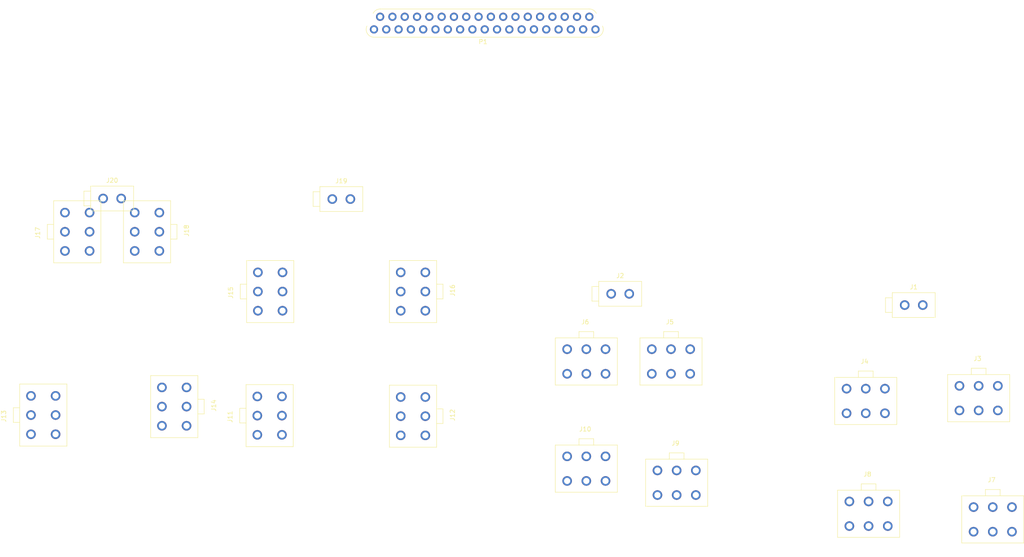
<source format=kicad_pcb>
(kicad_pcb (version 20171130) (host pcbnew "(5.1.10)-1")

  (general
    (thickness 1.6)
    (drawings 0)
    (tracks 0)
    (zones 0)
    (modules 21)
    (nets 63)
  )

  (page A4)
  (layers
    (0 F.Cu signal)
    (31 B.Cu signal)
    (32 B.Adhes user)
    (33 F.Adhes user)
    (34 B.Paste user)
    (35 F.Paste user)
    (36 B.SilkS user)
    (37 F.SilkS user)
    (38 B.Mask user)
    (39 F.Mask user)
    (40 Dwgs.User user)
    (41 Cmts.User user)
    (42 Eco1.User user)
    (43 Eco2.User user)
    (44 Edge.Cuts user)
    (45 Margin user)
    (46 B.CrtYd user)
    (47 F.CrtYd user)
    (48 B.Fab user)
    (49 F.Fab user)
  )

  (setup
    (last_trace_width 0.25)
    (trace_clearance 0.2)
    (zone_clearance 0.508)
    (zone_45_only no)
    (trace_min 0.2)
    (via_size 0.8)
    (via_drill 0.4)
    (via_min_size 0.4)
    (via_min_drill 0.3)
    (uvia_size 0.3)
    (uvia_drill 0.1)
    (uvias_allowed no)
    (uvia_min_size 0.2)
    (uvia_min_drill 0.1)
    (edge_width 0.05)
    (segment_width 0.2)
    (pcb_text_width 0.3)
    (pcb_text_size 1.5 1.5)
    (mod_edge_width 0.12)
    (mod_text_size 1 1)
    (mod_text_width 0.15)
    (pad_size 1.524 1.524)
    (pad_drill 0.762)
    (pad_to_mask_clearance 0)
    (aux_axis_origin 0 0)
    (visible_elements 7FFFFFFF)
    (pcbplotparams
      (layerselection 0x010fc_ffffffff)
      (usegerberextensions false)
      (usegerberattributes true)
      (usegerberadvancedattributes true)
      (creategerberjobfile true)
      (excludeedgelayer true)
      (linewidth 0.100000)
      (plotframeref false)
      (viasonmask false)
      (mode 1)
      (useauxorigin false)
      (hpglpennumber 1)
      (hpglpenspeed 20)
      (hpglpendiameter 15.000000)
      (psnegative false)
      (psa4output false)
      (plotreference true)
      (plotvalue true)
      (plotinvisibletext false)
      (padsonsilk false)
      (subtractmaskfromsilk false)
      (outputformat 1)
      (mirror false)
      (drillshape 1)
      (scaleselection 1)
      (outputdirectory ""))
  )

  (net 0 "")
  (net 1 "Net-(J1-Pad2)")
  (net 2 "Net-(J1-Pad1)")
  (net 3 "Net-(J10-Pad2)")
  (net 4 "Net-(J10-Pad3)")
  (net 5 "Net-(J11-Pad3)")
  (net 6 "Net-(J13-Pad3)")
  (net 7 "Net-(J13-Pad2)")
  (net 8 "Net-(P1-Pad19)")
  (net 9 "Net-(J3-Pad6)")
  (net 10 "Net-(J3-Pad5)")
  (net 11 "Net-(J3-Pad4)")
  (net 12 GNDREF)
  (net 13 "Net-(J4-Pad6)")
  (net 14 "Net-(J4-Pad5)")
  (net 15 "Net-(J4-Pad4)")
  (net 16 "Net-(J5-Pad6)")
  (net 17 "Net-(J5-Pad5)")
  (net 18 "Net-(J5-Pad4)")
  (net 19 "Net-(J6-Pad6)")
  (net 20 "Net-(J6-Pad5)")
  (net 21 "Net-(J6-Pad4)")
  (net 22 "Net-(J7-Pad4)")
  (net 23 "Net-(J7-Pad5)")
  (net 24 "Net-(J7-Pad6)")
  (net 25 "Net-(J8-Pad4)")
  (net 26 "Net-(J8-Pad5)")
  (net 27 "Net-(J8-Pad6)")
  (net 28 "Net-(J9-Pad4)")
  (net 29 "Net-(J9-Pad5)")
  (net 30 "Net-(J9-Pad6)")
  (net 31 "Net-(J10-Pad4)")
  (net 32 "Net-(J10-Pad5)")
  (net 33 "Net-(J10-Pad6)")
  (net 34 "Net-(J11-Pad6)")
  (net 35 "Net-(J11-Pad5)")
  (net 36 "Net-(J11-Pad4)")
  (net 37 "Net-(J11-Pad2)")
  (net 38 "Net-(J12-Pad6)")
  (net 39 "Net-(J12-Pad5)")
  (net 40 "Net-(J12-Pad4)")
  (net 41 "Net-(J13-Pad6)")
  (net 42 "Net-(J13-Pad5)")
  (net 43 "Net-(J13-Pad4)")
  (net 44 "Net-(J14-Pad6)")
  (net 45 "Net-(J14-Pad5)")
  (net 46 "Net-(J14-Pad4)")
  (net 47 "Net-(J15-Pad4)")
  (net 48 "Net-(J15-Pad5)")
  (net 49 "Net-(J15-Pad6)")
  (net 50 "Net-(J16-Pad4)")
  (net 51 "Net-(J16-Pad5)")
  (net 52 "Net-(J16-Pad6)")
  (net 53 "Net-(J17-Pad4)")
  (net 54 "Net-(J17-Pad5)")
  (net 55 "Net-(J17-Pad6)")
  (net 56 "Net-(J18-Pad4)")
  (net 57 "Net-(J18-Pad5)")
  (net 58 "Net-(J18-Pad6)")
  (net 59 "Net-(P1-Pad10)")
  (net 60 "Net-(P1-Pad29)")
  (net 61 "Net-(P1-Pad28)")
  (net 62 "Net-(P1-Pad9)")

  (net_class Default "This is the default net class."
    (clearance 0.2)
    (trace_width 0.25)
    (via_dia 0.8)
    (via_drill 0.4)
    (uvia_dia 0.3)
    (uvia_drill 0.1)
    (add_net GNDREF)
    (add_net "Net-(J1-Pad1)")
    (add_net "Net-(J1-Pad2)")
    (add_net "Net-(J10-Pad2)")
    (add_net "Net-(J10-Pad3)")
    (add_net "Net-(J10-Pad4)")
    (add_net "Net-(J10-Pad5)")
    (add_net "Net-(J10-Pad6)")
    (add_net "Net-(J11-Pad2)")
    (add_net "Net-(J11-Pad3)")
    (add_net "Net-(J11-Pad4)")
    (add_net "Net-(J11-Pad5)")
    (add_net "Net-(J11-Pad6)")
    (add_net "Net-(J12-Pad4)")
    (add_net "Net-(J12-Pad5)")
    (add_net "Net-(J12-Pad6)")
    (add_net "Net-(J13-Pad2)")
    (add_net "Net-(J13-Pad3)")
    (add_net "Net-(J13-Pad4)")
    (add_net "Net-(J13-Pad5)")
    (add_net "Net-(J13-Pad6)")
    (add_net "Net-(J14-Pad4)")
    (add_net "Net-(J14-Pad5)")
    (add_net "Net-(J14-Pad6)")
    (add_net "Net-(J15-Pad4)")
    (add_net "Net-(J15-Pad5)")
    (add_net "Net-(J15-Pad6)")
    (add_net "Net-(J16-Pad4)")
    (add_net "Net-(J16-Pad5)")
    (add_net "Net-(J16-Pad6)")
    (add_net "Net-(J17-Pad4)")
    (add_net "Net-(J17-Pad5)")
    (add_net "Net-(J17-Pad6)")
    (add_net "Net-(J18-Pad4)")
    (add_net "Net-(J18-Pad5)")
    (add_net "Net-(J18-Pad6)")
    (add_net "Net-(J3-Pad4)")
    (add_net "Net-(J3-Pad5)")
    (add_net "Net-(J3-Pad6)")
    (add_net "Net-(J4-Pad4)")
    (add_net "Net-(J4-Pad5)")
    (add_net "Net-(J4-Pad6)")
    (add_net "Net-(J5-Pad4)")
    (add_net "Net-(J5-Pad5)")
    (add_net "Net-(J5-Pad6)")
    (add_net "Net-(J6-Pad4)")
    (add_net "Net-(J6-Pad5)")
    (add_net "Net-(J6-Pad6)")
    (add_net "Net-(J7-Pad4)")
    (add_net "Net-(J7-Pad5)")
    (add_net "Net-(J7-Pad6)")
    (add_net "Net-(J8-Pad4)")
    (add_net "Net-(J8-Pad5)")
    (add_net "Net-(J8-Pad6)")
    (add_net "Net-(J9-Pad4)")
    (add_net "Net-(J9-Pad5)")
    (add_net "Net-(J9-Pad6)")
    (add_net "Net-(P1-Pad10)")
    (add_net "Net-(P1-Pad19)")
    (add_net "Net-(P1-Pad28)")
    (add_net "Net-(P1-Pad29)")
    (add_net "Net-(P1-Pad9)")
  )

  (module Voltage_Input_Module:0039281023 (layer F.Cu) (tedit 6109F4BA) (tstamp 61126EB6)
    (at 226.06 115.57)
    (path /61131C79)
    (fp_text reference J1 (at 0 -4.064) (layer F.SilkS)
      (effects (font (size 1 1) (thickness 0.15)))
    )
    (fp_text value 0039281023 (at 0 3.81) (layer F.Fab)
      (effects (font (size 1 1) (thickness 0.15)))
    )
    (fp_line (start -6.35 1.651) (end -4.826 1.651) (layer F.SilkS) (width 0.12))
    (fp_line (start -6.35 -1.651) (end -4.826 -1.651) (layer F.SilkS) (width 0.12))
    (fp_line (start -6.35 -1.651) (end -6.35 1.651) (layer F.SilkS) (width 0.12))
    (fp_line (start 4.826 2.794) (end -4.826 2.794) (layer F.SilkS) (width 0.12))
    (fp_line (start -4.826 -2.794) (end 4.826 -2.794) (layer F.SilkS) (width 0.12))
    (fp_line (start -4.826 -2.794) (end -4.826 2.794) (layer F.SilkS) (width 0.12))
    (fp_line (start 4.826 -2.794) (end 4.826 2.794) (layer F.SilkS) (width 0.12))
    (pad 1 thru_hole circle (at -2.032 0) (size 2.159 2.159) (drill 1.397) (layers *.Cu *.Mask)
      (net 2 "Net-(J1-Pad1)"))
    (pad 2 thru_hole circle (at 2.032 0) (size 2.159 2.159) (drill 1.397) (layers *.Cu *.Mask)
      (net 1 "Net-(J1-Pad2)"))
  )

  (module Voltage_Input_Module:0039281023 (layer F.Cu) (tedit 6109F4BA) (tstamp 61126EC3)
    (at 160.02 113.03)
    (path /61203AF3)
    (fp_text reference J2 (at 0 -4.064) (layer F.SilkS)
      (effects (font (size 1 1) (thickness 0.15)))
    )
    (fp_text value 0039281023 (at 0 3.81) (layer F.Fab)
      (effects (font (size 1 1) (thickness 0.15)))
    )
    (fp_line (start -6.35 1.651) (end -4.826 1.651) (layer F.SilkS) (width 0.12))
    (fp_line (start -6.35 -1.651) (end -4.826 -1.651) (layer F.SilkS) (width 0.12))
    (fp_line (start -6.35 -1.651) (end -6.35 1.651) (layer F.SilkS) (width 0.12))
    (fp_line (start 4.826 2.794) (end -4.826 2.794) (layer F.SilkS) (width 0.12))
    (fp_line (start -4.826 -2.794) (end 4.826 -2.794) (layer F.SilkS) (width 0.12))
    (fp_line (start -4.826 -2.794) (end -4.826 2.794) (layer F.SilkS) (width 0.12))
    (fp_line (start 4.826 -2.794) (end 4.826 2.794) (layer F.SilkS) (width 0.12))
    (pad 1 thru_hole circle (at -2.032 0) (size 2.159 2.159) (drill 1.397) (layers *.Cu *.Mask)
      (net 4 "Net-(J10-Pad3)"))
    (pad 2 thru_hole circle (at 2.032 0) (size 2.159 2.159) (drill 1.397) (layers *.Cu *.Mask)
      (net 3 "Net-(J10-Pad2)"))
  )

  (module Voltage_Input_Module:0039288060 (layer F.Cu) (tedit 6111C47A) (tstamp 61126ED4)
    (at 240.665 136.525)
    (path /6115B3B8)
    (fp_text reference J3 (at -0.254 -8.89) (layer F.SilkS)
      (effects (font (size 1 1) (thickness 0.15)))
    )
    (fp_text value 0039288060 (at -0.508 7.62) (layer F.Fab)
      (effects (font (size 1 1) (thickness 0.15)))
    )
    (fp_line (start -1.651 -6.731) (end -1.651 -5.3086) (layer F.SilkS) (width 0.12))
    (fp_line (start 1.651 -6.731) (end 1.651 -5.3086) (layer F.SilkS) (width 0.12))
    (fp_line (start -1.651 -6.731) (end 1.651 -6.731) (layer F.SilkS) (width 0.12))
    (fp_line (start 6.985 5.3086) (end -6.985 5.3086) (layer F.SilkS) (width 0.12))
    (fp_line (start -6.985 -5.3086) (end 6.985 -5.3086) (layer F.SilkS) (width 0.12))
    (fp_line (start 6.985 -5.3086) (end 6.985 5.3086) (layer F.SilkS) (width 0.12))
    (fp_line (start -6.985 -5.3086) (end -6.985 5.3086) (layer F.SilkS) (width 0.12))
    (pad 3 thru_hole circle (at 0 2.7686) (size 2.159 2.159) (drill 1.397) (layers *.Cu *.Mask)
      (net 2 "Net-(J1-Pad1)"))
    (pad 6 thru_hole circle (at 0 -2.7686) (size 2.159 2.159) (drill 1.397) (layers *.Cu *.Mask)
      (net 9 "Net-(J3-Pad6)"))
    (pad 5 thru_hole circle (at -4.318 -2.7686) (size 2.159 2.159) (drill 1.397) (layers *.Cu *.Mask)
      (net 10 "Net-(J3-Pad5)"))
    (pad 4 thru_hole circle (at -4.318 2.7686) (size 2.159 2.159) (drill 1.397) (layers *.Cu *.Mask)
      (net 11 "Net-(J3-Pad4)"))
    (pad 1 thru_hole circle (at 4.318 -2.7686) (size 2.159 2.159) (drill 1.397) (layers *.Cu *.Mask)
      (net 12 GNDREF))
    (pad 2 thru_hole circle (at 4.318 2.7686) (size 2.159 2.159) (drill 1.397) (layers *.Cu *.Mask)
      (net 1 "Net-(J1-Pad2)"))
  )

  (module Voltage_Input_Module:0039288060 (layer F.Cu) (tedit 6111C47A) (tstamp 61126EE5)
    (at 215.265 137.16)
    (path /6116F8D8)
    (fp_text reference J4 (at -0.254 -8.89) (layer F.SilkS)
      (effects (font (size 1 1) (thickness 0.15)))
    )
    (fp_text value 0039288060 (at -0.508 7.62) (layer F.Fab)
      (effects (font (size 1 1) (thickness 0.15)))
    )
    (fp_line (start -1.651 -6.731) (end -1.651 -5.3086) (layer F.SilkS) (width 0.12))
    (fp_line (start 1.651 -6.731) (end 1.651 -5.3086) (layer F.SilkS) (width 0.12))
    (fp_line (start -1.651 -6.731) (end 1.651 -6.731) (layer F.SilkS) (width 0.12))
    (fp_line (start 6.985 5.3086) (end -6.985 5.3086) (layer F.SilkS) (width 0.12))
    (fp_line (start -6.985 -5.3086) (end 6.985 -5.3086) (layer F.SilkS) (width 0.12))
    (fp_line (start 6.985 -5.3086) (end 6.985 5.3086) (layer F.SilkS) (width 0.12))
    (fp_line (start -6.985 -5.3086) (end -6.985 5.3086) (layer F.SilkS) (width 0.12))
    (pad 3 thru_hole circle (at 0 2.7686) (size 2.159 2.159) (drill 1.397) (layers *.Cu *.Mask)
      (net 2 "Net-(J1-Pad1)"))
    (pad 6 thru_hole circle (at 0 -2.7686) (size 2.159 2.159) (drill 1.397) (layers *.Cu *.Mask)
      (net 13 "Net-(J4-Pad6)"))
    (pad 5 thru_hole circle (at -4.318 -2.7686) (size 2.159 2.159) (drill 1.397) (layers *.Cu *.Mask)
      (net 14 "Net-(J4-Pad5)"))
    (pad 4 thru_hole circle (at -4.318 2.7686) (size 2.159 2.159) (drill 1.397) (layers *.Cu *.Mask)
      (net 15 "Net-(J4-Pad4)"))
    (pad 1 thru_hole circle (at 4.318 -2.7686) (size 2.159 2.159) (drill 1.397) (layers *.Cu *.Mask)
      (net 12 GNDREF))
    (pad 2 thru_hole circle (at 4.318 2.7686) (size 2.159 2.159) (drill 1.397) (layers *.Cu *.Mask)
      (net 1 "Net-(J1-Pad2)"))
  )

  (module Voltage_Input_Module:0039288060 (layer F.Cu) (tedit 6111C47A) (tstamp 61126EF6)
    (at 171.45 128.27)
    (path /61203B02)
    (fp_text reference J5 (at -0.254 -8.89) (layer F.SilkS)
      (effects (font (size 1 1) (thickness 0.15)))
    )
    (fp_text value 0039288060 (at -0.508 7.62) (layer F.Fab)
      (effects (font (size 1 1) (thickness 0.15)))
    )
    (fp_line (start -1.651 -6.731) (end -1.651 -5.3086) (layer F.SilkS) (width 0.12))
    (fp_line (start 1.651 -6.731) (end 1.651 -5.3086) (layer F.SilkS) (width 0.12))
    (fp_line (start -1.651 -6.731) (end 1.651 -6.731) (layer F.SilkS) (width 0.12))
    (fp_line (start 6.985 5.3086) (end -6.985 5.3086) (layer F.SilkS) (width 0.12))
    (fp_line (start -6.985 -5.3086) (end 6.985 -5.3086) (layer F.SilkS) (width 0.12))
    (fp_line (start 6.985 -5.3086) (end 6.985 5.3086) (layer F.SilkS) (width 0.12))
    (fp_line (start -6.985 -5.3086) (end -6.985 5.3086) (layer F.SilkS) (width 0.12))
    (pad 3 thru_hole circle (at 0 2.7686) (size 2.159 2.159) (drill 1.397) (layers *.Cu *.Mask)
      (net 4 "Net-(J10-Pad3)"))
    (pad 6 thru_hole circle (at 0 -2.7686) (size 2.159 2.159) (drill 1.397) (layers *.Cu *.Mask)
      (net 16 "Net-(J5-Pad6)"))
    (pad 5 thru_hole circle (at -4.318 -2.7686) (size 2.159 2.159) (drill 1.397) (layers *.Cu *.Mask)
      (net 17 "Net-(J5-Pad5)"))
    (pad 4 thru_hole circle (at -4.318 2.7686) (size 2.159 2.159) (drill 1.397) (layers *.Cu *.Mask)
      (net 18 "Net-(J5-Pad4)"))
    (pad 1 thru_hole circle (at 4.318 -2.7686) (size 2.159 2.159) (drill 1.397) (layers *.Cu *.Mask)
      (net 12 GNDREF))
    (pad 2 thru_hole circle (at 4.318 2.7686) (size 2.159 2.159) (drill 1.397) (layers *.Cu *.Mask)
      (net 3 "Net-(J10-Pad2)"))
  )

  (module Voltage_Input_Module:0039288060 (layer F.Cu) (tedit 6111C47A) (tstamp 61126F07)
    (at 152.4 128.27)
    (path /61203B20)
    (fp_text reference J6 (at -0.254 -8.89) (layer F.SilkS)
      (effects (font (size 1 1) (thickness 0.15)))
    )
    (fp_text value 0039288060 (at -0.508 7.62) (layer F.Fab)
      (effects (font (size 1 1) (thickness 0.15)))
    )
    (fp_line (start -1.651 -6.731) (end -1.651 -5.3086) (layer F.SilkS) (width 0.12))
    (fp_line (start 1.651 -6.731) (end 1.651 -5.3086) (layer F.SilkS) (width 0.12))
    (fp_line (start -1.651 -6.731) (end 1.651 -6.731) (layer F.SilkS) (width 0.12))
    (fp_line (start 6.985 5.3086) (end -6.985 5.3086) (layer F.SilkS) (width 0.12))
    (fp_line (start -6.985 -5.3086) (end 6.985 -5.3086) (layer F.SilkS) (width 0.12))
    (fp_line (start 6.985 -5.3086) (end 6.985 5.3086) (layer F.SilkS) (width 0.12))
    (fp_line (start -6.985 -5.3086) (end -6.985 5.3086) (layer F.SilkS) (width 0.12))
    (pad 3 thru_hole circle (at 0 2.7686) (size 2.159 2.159) (drill 1.397) (layers *.Cu *.Mask)
      (net 4 "Net-(J10-Pad3)"))
    (pad 6 thru_hole circle (at 0 -2.7686) (size 2.159 2.159) (drill 1.397) (layers *.Cu *.Mask)
      (net 19 "Net-(J6-Pad6)"))
    (pad 5 thru_hole circle (at -4.318 -2.7686) (size 2.159 2.159) (drill 1.397) (layers *.Cu *.Mask)
      (net 20 "Net-(J6-Pad5)"))
    (pad 4 thru_hole circle (at -4.318 2.7686) (size 2.159 2.159) (drill 1.397) (layers *.Cu *.Mask)
      (net 21 "Net-(J6-Pad4)"))
    (pad 1 thru_hole circle (at 4.318 -2.7686) (size 2.159 2.159) (drill 1.397) (layers *.Cu *.Mask)
      (net 12 GNDREF))
    (pad 2 thru_hole circle (at 4.318 2.7686) (size 2.159 2.159) (drill 1.397) (layers *.Cu *.Mask)
      (net 3 "Net-(J10-Pad2)"))
  )

  (module Voltage_Input_Module:0039288060 (layer F.Cu) (tedit 6111C47A) (tstamp 61126F18)
    (at 243.84 163.83)
    (path /61168E39)
    (fp_text reference J7 (at -0.254 -8.89) (layer F.SilkS)
      (effects (font (size 1 1) (thickness 0.15)))
    )
    (fp_text value 0039288060 (at -0.508 7.62) (layer F.Fab)
      (effects (font (size 1 1) (thickness 0.15)))
    )
    (fp_line (start -6.985 -5.3086) (end -6.985 5.3086) (layer F.SilkS) (width 0.12))
    (fp_line (start 6.985 -5.3086) (end 6.985 5.3086) (layer F.SilkS) (width 0.12))
    (fp_line (start -6.985 -5.3086) (end 6.985 -5.3086) (layer F.SilkS) (width 0.12))
    (fp_line (start 6.985 5.3086) (end -6.985 5.3086) (layer F.SilkS) (width 0.12))
    (fp_line (start -1.651 -6.731) (end 1.651 -6.731) (layer F.SilkS) (width 0.12))
    (fp_line (start 1.651 -6.731) (end 1.651 -5.3086) (layer F.SilkS) (width 0.12))
    (fp_line (start -1.651 -6.731) (end -1.651 -5.3086) (layer F.SilkS) (width 0.12))
    (pad 2 thru_hole circle (at 4.318 2.7686) (size 2.159 2.159) (drill 1.397) (layers *.Cu *.Mask)
      (net 1 "Net-(J1-Pad2)"))
    (pad 1 thru_hole circle (at 4.318 -2.7686) (size 2.159 2.159) (drill 1.397) (layers *.Cu *.Mask)
      (net 12 GNDREF))
    (pad 4 thru_hole circle (at -4.318 2.7686) (size 2.159 2.159) (drill 1.397) (layers *.Cu *.Mask)
      (net 22 "Net-(J7-Pad4)"))
    (pad 5 thru_hole circle (at -4.318 -2.7686) (size 2.159 2.159) (drill 1.397) (layers *.Cu *.Mask)
      (net 23 "Net-(J7-Pad5)"))
    (pad 6 thru_hole circle (at 0 -2.7686) (size 2.159 2.159) (drill 1.397) (layers *.Cu *.Mask)
      (net 24 "Net-(J7-Pad6)"))
    (pad 3 thru_hole circle (at 0 2.7686) (size 2.159 2.159) (drill 1.397) (layers *.Cu *.Mask)
      (net 2 "Net-(J1-Pad1)"))
  )

  (module Voltage_Input_Module:0039288060 (layer F.Cu) (tedit 6111C47A) (tstamp 61126F29)
    (at 215.9 162.56)
    (path /611752E5)
    (fp_text reference J8 (at -0.254 -8.89) (layer F.SilkS)
      (effects (font (size 1 1) (thickness 0.15)))
    )
    (fp_text value 0039288060 (at -0.508 7.62) (layer F.Fab)
      (effects (font (size 1 1) (thickness 0.15)))
    )
    (fp_line (start -6.985 -5.3086) (end -6.985 5.3086) (layer F.SilkS) (width 0.12))
    (fp_line (start 6.985 -5.3086) (end 6.985 5.3086) (layer F.SilkS) (width 0.12))
    (fp_line (start -6.985 -5.3086) (end 6.985 -5.3086) (layer F.SilkS) (width 0.12))
    (fp_line (start 6.985 5.3086) (end -6.985 5.3086) (layer F.SilkS) (width 0.12))
    (fp_line (start -1.651 -6.731) (end 1.651 -6.731) (layer F.SilkS) (width 0.12))
    (fp_line (start 1.651 -6.731) (end 1.651 -5.3086) (layer F.SilkS) (width 0.12))
    (fp_line (start -1.651 -6.731) (end -1.651 -5.3086) (layer F.SilkS) (width 0.12))
    (pad 2 thru_hole circle (at 4.318 2.7686) (size 2.159 2.159) (drill 1.397) (layers *.Cu *.Mask)
      (net 1 "Net-(J1-Pad2)"))
    (pad 1 thru_hole circle (at 4.318 -2.7686) (size 2.159 2.159) (drill 1.397) (layers *.Cu *.Mask)
      (net 12 GNDREF))
    (pad 4 thru_hole circle (at -4.318 2.7686) (size 2.159 2.159) (drill 1.397) (layers *.Cu *.Mask)
      (net 25 "Net-(J8-Pad4)"))
    (pad 5 thru_hole circle (at -4.318 -2.7686) (size 2.159 2.159) (drill 1.397) (layers *.Cu *.Mask)
      (net 26 "Net-(J8-Pad5)"))
    (pad 6 thru_hole circle (at 0 -2.7686) (size 2.159 2.159) (drill 1.397) (layers *.Cu *.Mask)
      (net 27 "Net-(J8-Pad6)"))
    (pad 3 thru_hole circle (at 0 2.7686) (size 2.159 2.159) (drill 1.397) (layers *.Cu *.Mask)
      (net 2 "Net-(J1-Pad1)"))
  )

  (module Voltage_Input_Module:0039288060 (layer F.Cu) (tedit 6111C47A) (tstamp 61126F3A)
    (at 172.72 155.575)
    (path /61203B11)
    (fp_text reference J9 (at -0.254 -8.89) (layer F.SilkS)
      (effects (font (size 1 1) (thickness 0.15)))
    )
    (fp_text value 0039288060 (at -0.508 7.62) (layer F.Fab)
      (effects (font (size 1 1) (thickness 0.15)))
    )
    (fp_line (start -6.985 -5.3086) (end -6.985 5.3086) (layer F.SilkS) (width 0.12))
    (fp_line (start 6.985 -5.3086) (end 6.985 5.3086) (layer F.SilkS) (width 0.12))
    (fp_line (start -6.985 -5.3086) (end 6.985 -5.3086) (layer F.SilkS) (width 0.12))
    (fp_line (start 6.985 5.3086) (end -6.985 5.3086) (layer F.SilkS) (width 0.12))
    (fp_line (start -1.651 -6.731) (end 1.651 -6.731) (layer F.SilkS) (width 0.12))
    (fp_line (start 1.651 -6.731) (end 1.651 -5.3086) (layer F.SilkS) (width 0.12))
    (fp_line (start -1.651 -6.731) (end -1.651 -5.3086) (layer F.SilkS) (width 0.12))
    (pad 2 thru_hole circle (at 4.318 2.7686) (size 2.159 2.159) (drill 1.397) (layers *.Cu *.Mask)
      (net 3 "Net-(J10-Pad2)"))
    (pad 1 thru_hole circle (at 4.318 -2.7686) (size 2.159 2.159) (drill 1.397) (layers *.Cu *.Mask)
      (net 12 GNDREF))
    (pad 4 thru_hole circle (at -4.318 2.7686) (size 2.159 2.159) (drill 1.397) (layers *.Cu *.Mask)
      (net 28 "Net-(J9-Pad4)"))
    (pad 5 thru_hole circle (at -4.318 -2.7686) (size 2.159 2.159) (drill 1.397) (layers *.Cu *.Mask)
      (net 29 "Net-(J9-Pad5)"))
    (pad 6 thru_hole circle (at 0 -2.7686) (size 2.159 2.159) (drill 1.397) (layers *.Cu *.Mask)
      (net 30 "Net-(J9-Pad6)"))
    (pad 3 thru_hole circle (at 0 2.7686) (size 2.159 2.159) (drill 1.397) (layers *.Cu *.Mask)
      (net 4 "Net-(J10-Pad3)"))
  )

  (module Voltage_Input_Module:0039288060 (layer F.Cu) (tedit 6111C47A) (tstamp 61126F4B)
    (at 152.4 152.4)
    (path /61203B2F)
    (fp_text reference J10 (at -0.254 -8.89) (layer F.SilkS)
      (effects (font (size 1 1) (thickness 0.15)))
    )
    (fp_text value 0039288060 (at -0.508 7.62) (layer F.Fab)
      (effects (font (size 1 1) (thickness 0.15)))
    )
    (fp_line (start -6.985 -5.3086) (end -6.985 5.3086) (layer F.SilkS) (width 0.12))
    (fp_line (start 6.985 -5.3086) (end 6.985 5.3086) (layer F.SilkS) (width 0.12))
    (fp_line (start -6.985 -5.3086) (end 6.985 -5.3086) (layer F.SilkS) (width 0.12))
    (fp_line (start 6.985 5.3086) (end -6.985 5.3086) (layer F.SilkS) (width 0.12))
    (fp_line (start -1.651 -6.731) (end 1.651 -6.731) (layer F.SilkS) (width 0.12))
    (fp_line (start 1.651 -6.731) (end 1.651 -5.3086) (layer F.SilkS) (width 0.12))
    (fp_line (start -1.651 -6.731) (end -1.651 -5.3086) (layer F.SilkS) (width 0.12))
    (pad 2 thru_hole circle (at 4.318 2.7686) (size 2.159 2.159) (drill 1.397) (layers *.Cu *.Mask)
      (net 3 "Net-(J10-Pad2)"))
    (pad 1 thru_hole circle (at 4.318 -2.7686) (size 2.159 2.159) (drill 1.397) (layers *.Cu *.Mask)
      (net 12 GNDREF))
    (pad 4 thru_hole circle (at -4.318 2.7686) (size 2.159 2.159) (drill 1.397) (layers *.Cu *.Mask)
      (net 31 "Net-(J10-Pad4)"))
    (pad 5 thru_hole circle (at -4.318 -2.7686) (size 2.159 2.159) (drill 1.397) (layers *.Cu *.Mask)
      (net 32 "Net-(J10-Pad5)"))
    (pad 6 thru_hole circle (at 0 -2.7686) (size 2.159 2.159) (drill 1.397) (layers *.Cu *.Mask)
      (net 33 "Net-(J10-Pad6)"))
    (pad 3 thru_hole circle (at 0 2.7686) (size 2.159 2.159) (drill 1.397) (layers *.Cu *.Mask)
      (net 4 "Net-(J10-Pad3)"))
  )

  (module Voltage_Input_Module:0039288060 (layer F.Cu) (tedit 6111C47A) (tstamp 61126F5C)
    (at 81.153 140.462 90)
    (path /61280A80)
    (fp_text reference J11 (at -0.254 -8.89 90) (layer F.SilkS)
      (effects (font (size 1 1) (thickness 0.15)))
    )
    (fp_text value 0039288060 (at -0.508 7.62 90) (layer F.Fab)
      (effects (font (size 1 1) (thickness 0.15)))
    )
    (fp_line (start -1.651 -6.731) (end -1.651 -5.3086) (layer F.SilkS) (width 0.12))
    (fp_line (start 1.651 -6.731) (end 1.651 -5.3086) (layer F.SilkS) (width 0.12))
    (fp_line (start -1.651 -6.731) (end 1.651 -6.731) (layer F.SilkS) (width 0.12))
    (fp_line (start 6.985 5.3086) (end -6.985 5.3086) (layer F.SilkS) (width 0.12))
    (fp_line (start -6.985 -5.3086) (end 6.985 -5.3086) (layer F.SilkS) (width 0.12))
    (fp_line (start 6.985 -5.3086) (end 6.985 5.3086) (layer F.SilkS) (width 0.12))
    (fp_line (start -6.985 -5.3086) (end -6.985 5.3086) (layer F.SilkS) (width 0.12))
    (pad 3 thru_hole circle (at 0 2.7686 90) (size 2.159 2.159) (drill 1.397) (layers *.Cu *.Mask)
      (net 5 "Net-(J11-Pad3)"))
    (pad 6 thru_hole circle (at 0 -2.7686 90) (size 2.159 2.159) (drill 1.397) (layers *.Cu *.Mask)
      (net 34 "Net-(J11-Pad6)"))
    (pad 5 thru_hole circle (at -4.318 -2.7686 90) (size 2.159 2.159) (drill 1.397) (layers *.Cu *.Mask)
      (net 35 "Net-(J11-Pad5)"))
    (pad 4 thru_hole circle (at -4.318 2.7686 90) (size 2.159 2.159) (drill 1.397) (layers *.Cu *.Mask)
      (net 36 "Net-(J11-Pad4)"))
    (pad 1 thru_hole circle (at 4.318 -2.7686 90) (size 2.159 2.159) (drill 1.397) (layers *.Cu *.Mask)
      (net 12 GNDREF))
    (pad 2 thru_hole circle (at 4.318 2.7686 90) (size 2.159 2.159) (drill 1.397) (layers *.Cu *.Mask)
      (net 37 "Net-(J11-Pad2)"))
  )

  (module Voltage_Input_Module:0039288060 (layer F.Cu) (tedit 6111C47A) (tstamp 61126F6D)
    (at 113.411 140.589 270)
    (path /61280A62)
    (fp_text reference J12 (at -0.254 -8.89 90) (layer F.SilkS)
      (effects (font (size 1 1) (thickness 0.15)))
    )
    (fp_text value 0039288060 (at -0.508 7.62 90) (layer F.Fab)
      (effects (font (size 1 1) (thickness 0.15)))
    )
    (fp_line (start -1.651 -6.731) (end -1.651 -5.3086) (layer F.SilkS) (width 0.12))
    (fp_line (start 1.651 -6.731) (end 1.651 -5.3086) (layer F.SilkS) (width 0.12))
    (fp_line (start -1.651 -6.731) (end 1.651 -6.731) (layer F.SilkS) (width 0.12))
    (fp_line (start 6.985 5.3086) (end -6.985 5.3086) (layer F.SilkS) (width 0.12))
    (fp_line (start -6.985 -5.3086) (end 6.985 -5.3086) (layer F.SilkS) (width 0.12))
    (fp_line (start 6.985 -5.3086) (end 6.985 5.3086) (layer F.SilkS) (width 0.12))
    (fp_line (start -6.985 -5.3086) (end -6.985 5.3086) (layer F.SilkS) (width 0.12))
    (pad 3 thru_hole circle (at 0 2.7686 270) (size 2.159 2.159) (drill 1.397) (layers *.Cu *.Mask)
      (net 5 "Net-(J11-Pad3)"))
    (pad 6 thru_hole circle (at 0 -2.7686 270) (size 2.159 2.159) (drill 1.397) (layers *.Cu *.Mask)
      (net 38 "Net-(J12-Pad6)"))
    (pad 5 thru_hole circle (at -4.318 -2.7686 270) (size 2.159 2.159) (drill 1.397) (layers *.Cu *.Mask)
      (net 39 "Net-(J12-Pad5)"))
    (pad 4 thru_hole circle (at -4.318 2.7686 270) (size 2.159 2.159) (drill 1.397) (layers *.Cu *.Mask)
      (net 40 "Net-(J12-Pad4)"))
    (pad 1 thru_hole circle (at 4.318 -2.7686 270) (size 2.159 2.159) (drill 1.397) (layers *.Cu *.Mask)
      (net 12 GNDREF))
    (pad 2 thru_hole circle (at 4.318 2.7686 270) (size 2.159 2.159) (drill 1.397) (layers *.Cu *.Mask)
      (net 37 "Net-(J11-Pad2)"))
  )

  (module Voltage_Input_Module:0039288060 (layer F.Cu) (tedit 6111C47A) (tstamp 6112806F)
    (at 30.226 140.335 90)
    (path /61251AAD)
    (fp_text reference J13 (at -0.254 -8.89 90) (layer F.SilkS)
      (effects (font (size 1 1) (thickness 0.15)))
    )
    (fp_text value 0039288060 (at -0.508 7.62 90) (layer F.Fab)
      (effects (font (size 1 1) (thickness 0.15)))
    )
    (fp_line (start -1.651 -6.731) (end -1.651 -5.3086) (layer F.SilkS) (width 0.12))
    (fp_line (start 1.651 -6.731) (end 1.651 -5.3086) (layer F.SilkS) (width 0.12))
    (fp_line (start -1.651 -6.731) (end 1.651 -6.731) (layer F.SilkS) (width 0.12))
    (fp_line (start 6.985 5.3086) (end -6.985 5.3086) (layer F.SilkS) (width 0.12))
    (fp_line (start -6.985 -5.3086) (end 6.985 -5.3086) (layer F.SilkS) (width 0.12))
    (fp_line (start 6.985 -5.3086) (end 6.985 5.3086) (layer F.SilkS) (width 0.12))
    (fp_line (start -6.985 -5.3086) (end -6.985 5.3086) (layer F.SilkS) (width 0.12))
    (pad 3 thru_hole circle (at 0 2.7686 90) (size 2.159 2.159) (drill 1.397) (layers *.Cu *.Mask)
      (net 6 "Net-(J13-Pad3)"))
    (pad 6 thru_hole circle (at 0 -2.7686 90) (size 2.159 2.159) (drill 1.397) (layers *.Cu *.Mask)
      (net 41 "Net-(J13-Pad6)"))
    (pad 5 thru_hole circle (at -4.318 -2.7686 90) (size 2.159 2.159) (drill 1.397) (layers *.Cu *.Mask)
      (net 42 "Net-(J13-Pad5)"))
    (pad 4 thru_hole circle (at -4.318 2.7686 90) (size 2.159 2.159) (drill 1.397) (layers *.Cu *.Mask)
      (net 43 "Net-(J13-Pad4)"))
    (pad 1 thru_hole circle (at 4.318 -2.7686 90) (size 2.159 2.159) (drill 1.397) (layers *.Cu *.Mask)
      (net 12 GNDREF))
    (pad 2 thru_hole circle (at 4.318 2.7686 90) (size 2.159 2.159) (drill 1.397) (layers *.Cu *.Mask)
      (net 7 "Net-(J13-Pad2)"))
  )

  (module Voltage_Input_Module:0039288060 (layer F.Cu) (tedit 6111C47A) (tstamp 61126F8F)
    (at 59.69 138.43 270)
    (path /61251A8F)
    (fp_text reference J14 (at -0.254 -8.89 90) (layer F.SilkS)
      (effects (font (size 1 1) (thickness 0.15)))
    )
    (fp_text value 0039288060 (at -0.508 7.62 90) (layer F.Fab)
      (effects (font (size 1 1) (thickness 0.15)))
    )
    (fp_line (start -1.651 -6.731) (end -1.651 -5.3086) (layer F.SilkS) (width 0.12))
    (fp_line (start 1.651 -6.731) (end 1.651 -5.3086) (layer F.SilkS) (width 0.12))
    (fp_line (start -1.651 -6.731) (end 1.651 -6.731) (layer F.SilkS) (width 0.12))
    (fp_line (start 6.985 5.3086) (end -6.985 5.3086) (layer F.SilkS) (width 0.12))
    (fp_line (start -6.985 -5.3086) (end 6.985 -5.3086) (layer F.SilkS) (width 0.12))
    (fp_line (start 6.985 -5.3086) (end 6.985 5.3086) (layer F.SilkS) (width 0.12))
    (fp_line (start -6.985 -5.3086) (end -6.985 5.3086) (layer F.SilkS) (width 0.12))
    (pad 3 thru_hole circle (at 0 2.7686 270) (size 2.159 2.159) (drill 1.397) (layers *.Cu *.Mask)
      (net 6 "Net-(J13-Pad3)"))
    (pad 6 thru_hole circle (at 0 -2.7686 270) (size 2.159 2.159) (drill 1.397) (layers *.Cu *.Mask)
      (net 44 "Net-(J14-Pad6)"))
    (pad 5 thru_hole circle (at -4.318 -2.7686 270) (size 2.159 2.159) (drill 1.397) (layers *.Cu *.Mask)
      (net 45 "Net-(J14-Pad5)"))
    (pad 4 thru_hole circle (at -4.318 2.7686 270) (size 2.159 2.159) (drill 1.397) (layers *.Cu *.Mask)
      (net 46 "Net-(J14-Pad4)"))
    (pad 1 thru_hole circle (at 4.318 -2.7686 270) (size 2.159 2.159) (drill 1.397) (layers *.Cu *.Mask)
      (net 12 GNDREF))
    (pad 2 thru_hole circle (at 4.318 2.7686 270) (size 2.159 2.159) (drill 1.397) (layers *.Cu *.Mask)
      (net 7 "Net-(J13-Pad2)"))
  )

  (module Voltage_Input_Module:0039288060 (layer F.Cu) (tedit 6111C47A) (tstamp 61126FA0)
    (at 81.28 112.522 90)
    (path /61280A71)
    (fp_text reference J15 (at -0.254 -8.89 90) (layer F.SilkS)
      (effects (font (size 1 1) (thickness 0.15)))
    )
    (fp_text value 0039288060 (at -0.508 7.62 90) (layer F.Fab)
      (effects (font (size 1 1) (thickness 0.15)))
    )
    (fp_line (start -6.985 -5.3086) (end -6.985 5.3086) (layer F.SilkS) (width 0.12))
    (fp_line (start 6.985 -5.3086) (end 6.985 5.3086) (layer F.SilkS) (width 0.12))
    (fp_line (start -6.985 -5.3086) (end 6.985 -5.3086) (layer F.SilkS) (width 0.12))
    (fp_line (start 6.985 5.3086) (end -6.985 5.3086) (layer F.SilkS) (width 0.12))
    (fp_line (start -1.651 -6.731) (end 1.651 -6.731) (layer F.SilkS) (width 0.12))
    (fp_line (start 1.651 -6.731) (end 1.651 -5.3086) (layer F.SilkS) (width 0.12))
    (fp_line (start -1.651 -6.731) (end -1.651 -5.3086) (layer F.SilkS) (width 0.12))
    (pad 2 thru_hole circle (at 4.318 2.7686 90) (size 2.159 2.159) (drill 1.397) (layers *.Cu *.Mask)
      (net 37 "Net-(J11-Pad2)"))
    (pad 1 thru_hole circle (at 4.318 -2.7686 90) (size 2.159 2.159) (drill 1.397) (layers *.Cu *.Mask)
      (net 12 GNDREF))
    (pad 4 thru_hole circle (at -4.318 2.7686 90) (size 2.159 2.159) (drill 1.397) (layers *.Cu *.Mask)
      (net 47 "Net-(J15-Pad4)"))
    (pad 5 thru_hole circle (at -4.318 -2.7686 90) (size 2.159 2.159) (drill 1.397) (layers *.Cu *.Mask)
      (net 48 "Net-(J15-Pad5)"))
    (pad 6 thru_hole circle (at 0 -2.7686 90) (size 2.159 2.159) (drill 1.397) (layers *.Cu *.Mask)
      (net 49 "Net-(J15-Pad6)"))
    (pad 3 thru_hole circle (at 0 2.7686 90) (size 2.159 2.159) (drill 1.397) (layers *.Cu *.Mask)
      (net 5 "Net-(J11-Pad3)"))
  )

  (module Voltage_Input_Module:0039288060 (layer F.Cu) (tedit 6111C47A) (tstamp 61126FB1)
    (at 113.411 112.522 270)
    (path /61280A53)
    (fp_text reference J16 (at -0.254 -8.89 90) (layer F.SilkS)
      (effects (font (size 1 1) (thickness 0.15)))
    )
    (fp_text value 0039288060 (at -0.508 7.62 90) (layer F.Fab)
      (effects (font (size 1 1) (thickness 0.15)))
    )
    (fp_line (start -6.985 -5.3086) (end -6.985 5.3086) (layer F.SilkS) (width 0.12))
    (fp_line (start 6.985 -5.3086) (end 6.985 5.3086) (layer F.SilkS) (width 0.12))
    (fp_line (start -6.985 -5.3086) (end 6.985 -5.3086) (layer F.SilkS) (width 0.12))
    (fp_line (start 6.985 5.3086) (end -6.985 5.3086) (layer F.SilkS) (width 0.12))
    (fp_line (start -1.651 -6.731) (end 1.651 -6.731) (layer F.SilkS) (width 0.12))
    (fp_line (start 1.651 -6.731) (end 1.651 -5.3086) (layer F.SilkS) (width 0.12))
    (fp_line (start -1.651 -6.731) (end -1.651 -5.3086) (layer F.SilkS) (width 0.12))
    (pad 2 thru_hole circle (at 4.318 2.7686 270) (size 2.159 2.159) (drill 1.397) (layers *.Cu *.Mask)
      (net 37 "Net-(J11-Pad2)"))
    (pad 1 thru_hole circle (at 4.318 -2.7686 270) (size 2.159 2.159) (drill 1.397) (layers *.Cu *.Mask)
      (net 12 GNDREF))
    (pad 4 thru_hole circle (at -4.318 2.7686 270) (size 2.159 2.159) (drill 1.397) (layers *.Cu *.Mask)
      (net 50 "Net-(J16-Pad4)"))
    (pad 5 thru_hole circle (at -4.318 -2.7686 270) (size 2.159 2.159) (drill 1.397) (layers *.Cu *.Mask)
      (net 51 "Net-(J16-Pad5)"))
    (pad 6 thru_hole circle (at 0 -2.7686 270) (size 2.159 2.159) (drill 1.397) (layers *.Cu *.Mask)
      (net 52 "Net-(J16-Pad6)"))
    (pad 3 thru_hole circle (at 0 2.7686 270) (size 2.159 2.159) (drill 1.397) (layers *.Cu *.Mask)
      (net 5 "Net-(J11-Pad3)"))
  )

  (module Voltage_Input_Module:0039288060 (layer F.Cu) (tedit 6111C47A) (tstamp 61126FC2)
    (at 37.8714 99.06 90)
    (path /61251A9E)
    (fp_text reference J17 (at -0.254 -8.89 90) (layer F.SilkS)
      (effects (font (size 1 1) (thickness 0.15)))
    )
    (fp_text value 0039288060 (at -0.508 7.62 90) (layer F.Fab)
      (effects (font (size 1 1) (thickness 0.15)))
    )
    (fp_line (start -6.985 -5.3086) (end -6.985 5.3086) (layer F.SilkS) (width 0.12))
    (fp_line (start 6.985 -5.3086) (end 6.985 5.3086) (layer F.SilkS) (width 0.12))
    (fp_line (start -6.985 -5.3086) (end 6.985 -5.3086) (layer F.SilkS) (width 0.12))
    (fp_line (start 6.985 5.3086) (end -6.985 5.3086) (layer F.SilkS) (width 0.12))
    (fp_line (start -1.651 -6.731) (end 1.651 -6.731) (layer F.SilkS) (width 0.12))
    (fp_line (start 1.651 -6.731) (end 1.651 -5.3086) (layer F.SilkS) (width 0.12))
    (fp_line (start -1.651 -6.731) (end -1.651 -5.3086) (layer F.SilkS) (width 0.12))
    (pad 2 thru_hole circle (at 4.318 2.7686 90) (size 2.159 2.159) (drill 1.397) (layers *.Cu *.Mask)
      (net 7 "Net-(J13-Pad2)"))
    (pad 1 thru_hole circle (at 4.318 -2.7686 90) (size 2.159 2.159) (drill 1.397) (layers *.Cu *.Mask)
      (net 12 GNDREF))
    (pad 4 thru_hole circle (at -4.318 2.7686 90) (size 2.159 2.159) (drill 1.397) (layers *.Cu *.Mask)
      (net 53 "Net-(J17-Pad4)"))
    (pad 5 thru_hole circle (at -4.318 -2.7686 90) (size 2.159 2.159) (drill 1.397) (layers *.Cu *.Mask)
      (net 54 "Net-(J17-Pad5)"))
    (pad 6 thru_hole circle (at 0 -2.7686 90) (size 2.159 2.159) (drill 1.397) (layers *.Cu *.Mask)
      (net 55 "Net-(J17-Pad6)"))
    (pad 3 thru_hole circle (at 0 2.7686 90) (size 2.159 2.159) (drill 1.397) (layers *.Cu *.Mask)
      (net 6 "Net-(J13-Pad3)"))
  )

  (module Voltage_Input_Module:0039288060 (layer F.Cu) (tedit 6111C47A) (tstamp 61126FD3)
    (at 53.5686 99.06 270)
    (path /61251A80)
    (fp_text reference J18 (at -0.254 -8.89 90) (layer F.SilkS)
      (effects (font (size 1 1) (thickness 0.15)))
    )
    (fp_text value 0039288060 (at -0.508 7.62 90) (layer F.Fab)
      (effects (font (size 1 1) (thickness 0.15)))
    )
    (fp_line (start -6.985 -5.3086) (end -6.985 5.3086) (layer F.SilkS) (width 0.12))
    (fp_line (start 6.985 -5.3086) (end 6.985 5.3086) (layer F.SilkS) (width 0.12))
    (fp_line (start -6.985 -5.3086) (end 6.985 -5.3086) (layer F.SilkS) (width 0.12))
    (fp_line (start 6.985 5.3086) (end -6.985 5.3086) (layer F.SilkS) (width 0.12))
    (fp_line (start -1.651 -6.731) (end 1.651 -6.731) (layer F.SilkS) (width 0.12))
    (fp_line (start 1.651 -6.731) (end 1.651 -5.3086) (layer F.SilkS) (width 0.12))
    (fp_line (start -1.651 -6.731) (end -1.651 -5.3086) (layer F.SilkS) (width 0.12))
    (pad 2 thru_hole circle (at 4.318 2.7686 270) (size 2.159 2.159) (drill 1.397) (layers *.Cu *.Mask)
      (net 7 "Net-(J13-Pad2)"))
    (pad 1 thru_hole circle (at 4.318 -2.7686 270) (size 2.159 2.159) (drill 1.397) (layers *.Cu *.Mask)
      (net 12 GNDREF))
    (pad 4 thru_hole circle (at -4.318 2.7686 270) (size 2.159 2.159) (drill 1.397) (layers *.Cu *.Mask)
      (net 56 "Net-(J18-Pad4)"))
    (pad 5 thru_hole circle (at -4.318 -2.7686 270) (size 2.159 2.159) (drill 1.397) (layers *.Cu *.Mask)
      (net 57 "Net-(J18-Pad5)"))
    (pad 6 thru_hole circle (at 0 -2.7686 270) (size 2.159 2.159) (drill 1.397) (layers *.Cu *.Mask)
      (net 58 "Net-(J18-Pad6)"))
    (pad 3 thru_hole circle (at 0 2.7686 270) (size 2.159 2.159) (drill 1.397) (layers *.Cu *.Mask)
      (net 6 "Net-(J13-Pad3)"))
  )

  (module Voltage_Input_Module:0039281023 (layer F.Cu) (tedit 6109F4BA) (tstamp 61126FE0)
    (at 97.282 91.694)
    (path /61280A44)
    (fp_text reference J19 (at 0 -4.064) (layer F.SilkS)
      (effects (font (size 1 1) (thickness 0.15)))
    )
    (fp_text value 0039281023 (at 0 3.81) (layer F.Fab)
      (effects (font (size 1 1) (thickness 0.15)))
    )
    (fp_line (start 4.826 -2.794) (end 4.826 2.794) (layer F.SilkS) (width 0.12))
    (fp_line (start -4.826 -2.794) (end -4.826 2.794) (layer F.SilkS) (width 0.12))
    (fp_line (start -4.826 -2.794) (end 4.826 -2.794) (layer F.SilkS) (width 0.12))
    (fp_line (start 4.826 2.794) (end -4.826 2.794) (layer F.SilkS) (width 0.12))
    (fp_line (start -6.35 -1.651) (end -6.35 1.651) (layer F.SilkS) (width 0.12))
    (fp_line (start -6.35 -1.651) (end -4.826 -1.651) (layer F.SilkS) (width 0.12))
    (fp_line (start -6.35 1.651) (end -4.826 1.651) (layer F.SilkS) (width 0.12))
    (pad 2 thru_hole circle (at 2.032 0) (size 2.159 2.159) (drill 1.397) (layers *.Cu *.Mask)
      (net 37 "Net-(J11-Pad2)"))
    (pad 1 thru_hole circle (at -2.032 0) (size 2.159 2.159) (drill 1.397) (layers *.Cu *.Mask)
      (net 5 "Net-(J11-Pad3)"))
  )

  (module Voltage_Input_Module:0039281023 (layer F.Cu) (tedit 6109F4BA) (tstamp 61126FED)
    (at 45.72 91.567)
    (path /61251A71)
    (fp_text reference J20 (at 0 -4.064) (layer F.SilkS)
      (effects (font (size 1 1) (thickness 0.15)))
    )
    (fp_text value 0039281023 (at 0 3.81) (layer F.Fab)
      (effects (font (size 1 1) (thickness 0.15)))
    )
    (fp_line (start 4.826 -2.794) (end 4.826 2.794) (layer F.SilkS) (width 0.12))
    (fp_line (start -4.826 -2.794) (end -4.826 2.794) (layer F.SilkS) (width 0.12))
    (fp_line (start -4.826 -2.794) (end 4.826 -2.794) (layer F.SilkS) (width 0.12))
    (fp_line (start 4.826 2.794) (end -4.826 2.794) (layer F.SilkS) (width 0.12))
    (fp_line (start -6.35 -1.651) (end -6.35 1.651) (layer F.SilkS) (width 0.12))
    (fp_line (start -6.35 -1.651) (end -4.826 -1.651) (layer F.SilkS) (width 0.12))
    (fp_line (start -6.35 1.651) (end -4.826 1.651) (layer F.SilkS) (width 0.12))
    (pad 2 thru_hole circle (at 2.032 0) (size 2.159 2.159) (drill 1.397) (layers *.Cu *.Mask)
      (net 7 "Net-(J13-Pad2)"))
    (pad 1 thru_hole circle (at -2.032 0) (size 2.159 2.159) (drill 1.397) (layers *.Cu *.Mask)
      (net 6 "Net-(J13-Pad3)"))
  )

  (module Voltage_Input_Module:182-037-113R451 (layer F.Cu) (tedit 610A7F5B) (tstamp 6112701E)
    (at 129.54 52.07 180)
    (path /6108985E)
    (fp_text reference P1 (at 0.381 -4.199) (layer F.SilkS)
      (effects (font (size 1 1) (thickness 0.15)))
    )
    (fp_text value 182-037-113R541 (at -0.127 4.3514) (layer F.Fab)
      (effects (font (size 1 1) (thickness 0.15)))
    )
    (fp_line (start -23.5331 3.175) (end 23.5331 3.175) (layer F.SilkS) (width 0.12))
    (fp_line (start 24.9174 -3.175) (end -24.9174 -3.175) (layer F.SilkS) (width 0.12))
    (fp_arc (start 24.9174 -1.4224) (end 24.9174 -3.175) (angle 115.9) (layer F.SilkS) (width 0.12))
    (fp_arc (start 23.5331 1.4224) (end 23.5331 3.175) (angle -64.1) (layer F.SilkS) (width 0.12))
    (fp_arc (start -24.9174 -1.4224) (end -24.9174 -3.175) (angle -115.9) (layer F.SilkS) (width 0.12))
    (fp_arc (start -23.5331 1.4224) (end -23.5331 3.175) (angle 64.1) (layer F.SilkS) (width 0.12))
    (pad "" np_thru_hole circle (at -31.75 0 180) (size 3.048 3.048) (drill 3.048) (layers *.Cu *.Mask))
    (pad 10 thru_hole circle (at 0 -1.4224 180) (size 1.8542 1.8542) (drill 1.0922) (layers *.Cu *.Mask)
      (net 59 "Net-(P1-Pad10)"))
    (pad 29 thru_hole circle (at -1.3843 1.4224 180) (size 1.8542 1.8542) (drill 1.0922) (layers *.Cu *.Mask)
      (net 60 "Net-(P1-Pad29)"))
    (pad 28 thru_hole circle (at 1.3843 1.4224 180) (size 1.8542 1.8542) (drill 1.0922) (layers *.Cu *.Mask)
      (net 61 "Net-(P1-Pad28)"))
    (pad 11 thru_hole circle (at -2.7686 -1.4224 180) (size 1.8542 1.8542) (drill 1.0922) (layers *.Cu *.Mask)
      (net 20 "Net-(J6-Pad5)"))
    (pad 12 thru_hole circle (at -5.5372 -1.4224 180) (size 1.8542 1.8542) (drill 1.0922) (layers *.Cu *.Mask)
      (net 17 "Net-(J5-Pad5)"))
    (pad 13 thru_hole circle (at -8.3058 -1.4224 180) (size 1.8542 1.8542) (drill 1.0922) (layers *.Cu *.Mask)
      (net 32 "Net-(J10-Pad5)"))
    (pad 14 thru_hole circle (at -11.0744 -1.4224 180) (size 1.8542 1.8542) (drill 1.0922) (layers *.Cu *.Mask)
      (net 29 "Net-(J9-Pad5)"))
    (pad 15 thru_hole circle (at -13.843 -1.4224 180) (size 1.8542 1.8542) (drill 1.0922) (layers *.Cu *.Mask)
      (net 14 "Net-(J4-Pad5)"))
    (pad 16 thru_hole circle (at -16.6116 -1.4224 180) (size 1.8542 1.8542) (drill 1.0922) (layers *.Cu *.Mask)
      (net 10 "Net-(J3-Pad5)"))
    (pad 17 thru_hole circle (at -19.3802 -1.4224 180) (size 1.8542 1.8542) (drill 1.0922) (layers *.Cu *.Mask)
      (net 26 "Net-(J8-Pad5)"))
    (pad 18 thru_hole circle (at -22.1488 -1.4224 180) (size 1.8542 1.8542) (drill 1.0922) (layers *.Cu *.Mask)
      (net 23 "Net-(J7-Pad5)"))
    (pad 19 thru_hole circle (at -24.9174 -1.4224 180) (size 1.8542 1.8542) (drill 1.0922) (layers *.Cu *.Mask)
      (net 8 "Net-(P1-Pad19)"))
    (pad 9 thru_hole circle (at 2.7686 -1.4224 180) (size 1.8542 1.8542) (drill 1.0922) (layers *.Cu *.Mask)
      (net 62 "Net-(P1-Pad9)"))
    (pad 8 thru_hole circle (at 5.5372 -1.4224 180) (size 1.8542 1.8542) (drill 1.0922) (layers *.Cu *.Mask)
      (net 39 "Net-(J12-Pad5)"))
    (pad 7 thru_hole circle (at 8.3058 -1.4224 180) (size 1.8542 1.8542) (drill 1.0922) (layers *.Cu *.Mask)
      (net 35 "Net-(J11-Pad5)"))
    (pad 6 thru_hole circle (at 11.0744 -1.4224 180) (size 1.8542 1.8542) (drill 1.0922) (layers *.Cu *.Mask)
      (net 51 "Net-(J16-Pad5)"))
    (pad 5 thru_hole circle (at 13.843 -1.4224 180) (size 1.8542 1.8542) (drill 1.0922) (layers *.Cu *.Mask)
      (net 48 "Net-(J15-Pad5)"))
    (pad 4 thru_hole circle (at 16.6116 -1.4224 180) (size 1.8542 1.8542) (drill 1.0922) (layers *.Cu *.Mask)
      (net 45 "Net-(J14-Pad5)"))
    (pad 3 thru_hole circle (at 19.3802 -1.4224 180) (size 1.8542 1.8542) (drill 1.0922) (layers *.Cu *.Mask)
      (net 42 "Net-(J13-Pad5)"))
    (pad 2 thru_hole circle (at 22.1488 -1.4224 180) (size 1.8542 1.8542) (drill 1.0922) (layers *.Cu *.Mask)
      (net 57 "Net-(J18-Pad5)"))
    (pad 1 thru_hole circle (at 24.9174 -1.4224 180) (size 1.8542 1.8542) (drill 1.0922) (layers *.Cu *.Mask)
      (net 54 "Net-(J17-Pad5)"))
    (pad 27 thru_hole circle (at 4.1529 1.4224 180) (size 1.8542 1.8542) (drill 1.0922) (layers *.Cu *.Mask)
      (net 40 "Net-(J12-Pad4)"))
    (pad 26 thru_hole circle (at 6.9215 1.4224 180) (size 1.8542 1.8542) (drill 1.0922) (layers *.Cu *.Mask)
      (net 36 "Net-(J11-Pad4)"))
    (pad 25 thru_hole circle (at 9.6901 1.4224 180) (size 1.8542 1.8542) (drill 1.0922) (layers *.Cu *.Mask)
      (net 50 "Net-(J16-Pad4)"))
    (pad 24 thru_hole circle (at 12.4587 1.4224 180) (size 1.8542 1.8542) (drill 1.0922) (layers *.Cu *.Mask)
      (net 47 "Net-(J15-Pad4)"))
    (pad 23 thru_hole circle (at 15.2273 1.4224 180) (size 1.8542 1.8542) (drill 1.0922) (layers *.Cu *.Mask)
      (net 46 "Net-(J14-Pad4)"))
    (pad 22 thru_hole circle (at 17.9959 1.4224 180) (size 1.8542 1.8542) (drill 1.0922) (layers *.Cu *.Mask)
      (net 43 "Net-(J13-Pad4)"))
    (pad 21 thru_hole circle (at 20.7645 1.4224 180) (size 1.8542 1.8542) (drill 1.0922) (layers *.Cu *.Mask)
      (net 56 "Net-(J18-Pad4)"))
    (pad 20 thru_hole circle (at 23.5331 1.4224 180) (size 1.8542 1.8542) (drill 1.0922) (layers *.Cu *.Mask)
      (net 53 "Net-(J17-Pad4)"))
    (pad 30 thru_hole circle (at -4.1529 1.4224 180) (size 1.8542 1.8542) (drill 1.0922) (layers *.Cu *.Mask)
      (net 21 "Net-(J6-Pad4)"))
    (pad 31 thru_hole circle (at -6.9215 1.4224 180) (size 1.8542 1.8542) (drill 1.0922) (layers *.Cu *.Mask)
      (net 18 "Net-(J5-Pad4)"))
    (pad 32 thru_hole circle (at -9.6901 1.4224 180) (size 1.8542 1.8542) (drill 1.0922) (layers *.Cu *.Mask)
      (net 31 "Net-(J10-Pad4)"))
    (pad 33 thru_hole circle (at -12.4587 1.4224 180) (size 1.8542 1.8542) (drill 1.0922) (layers *.Cu *.Mask)
      (net 28 "Net-(J9-Pad4)"))
    (pad 34 thru_hole circle (at -15.2273 1.4224 180) (size 1.8542 1.8542) (drill 1.0922) (layers *.Cu *.Mask)
      (net 15 "Net-(J4-Pad4)"))
    (pad 35 thru_hole circle (at -17.9959 1.4224 180) (size 1.8542 1.8542) (drill 1.0922) (layers *.Cu *.Mask)
      (net 11 "Net-(J3-Pad4)"))
    (pad 36 thru_hole circle (at -20.7645 1.4224 180) (size 1.8542 1.8542) (drill 1.0922) (layers *.Cu *.Mask)
      (net 25 "Net-(J8-Pad4)"))
    (pad 37 thru_hole circle (at -23.5331 1.4224 180) (size 1.8542 1.8542) (drill 1.0922) (layers *.Cu *.Mask)
      (net 22 "Net-(J7-Pad4)"))
    (pad "" np_thru_hole circle (at 31.75 0 180) (size 3.048 3.048) (drill 3.048) (layers *.Cu *.Mask))
  )

)

</source>
